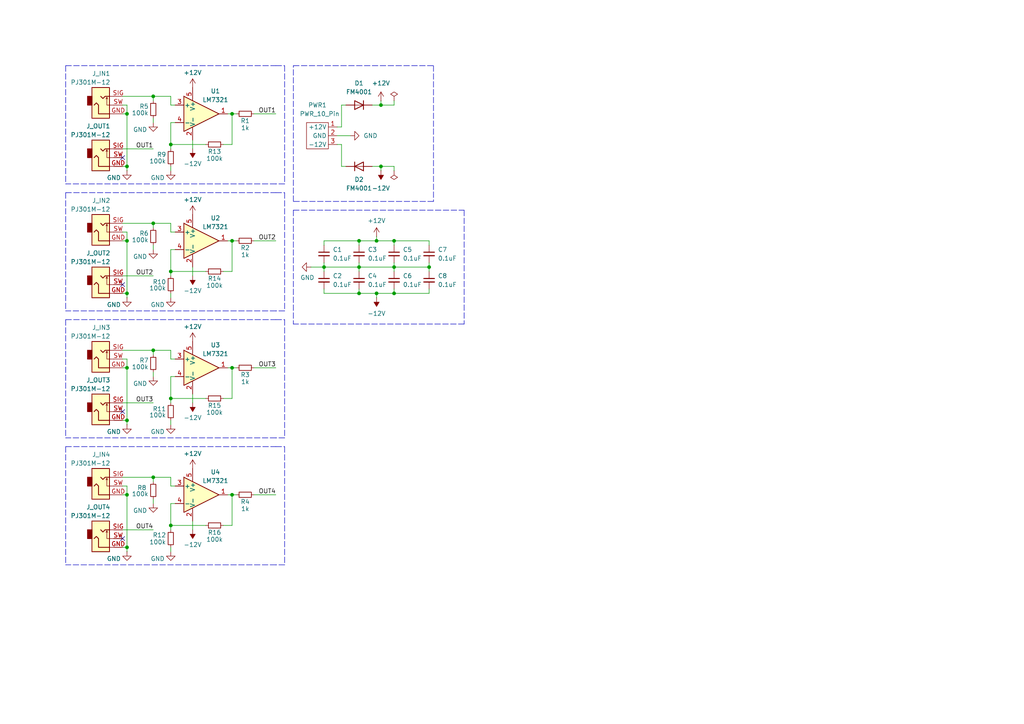
<source format=kicad_sch>
(kicad_sch (version 20231120) (generator "eeschema") (generator_version "8.0")
  (paper "A4")
  (title_block (title "Avalon Harmonics X2") (rev "v1.0") (company "Avalon Harmonics"))
  (lib_symbols
    (symbol "-12V_1" (power) (pin_numbers hide) (pin_names (offset 0) hide)
      (property "Value" "-12V" (at 0 3.556 0))
      (symbol "-12V_1_0_0"
        (pin power_in line (at 0 0 90) (length 0) (name "~") (number "1"))
      )
      (symbol "-12V_1_0_1"
        (polyline (pts (xy 0 0) (xy 0 1.27) (xy 0.762 1.27) (xy 0 2.54) (xy -0.762 1.27) (xy 0 1.27)) (fill (type outline)))
      )
    )
    (symbol "Device:C_Small" (pin_numbers hide) (pin_names (offset 0.254) hide)
      (property "Reference" "C" (at 0.254 1.778 0))
      (property "Value" "C_Small" (at 0.254 -2.032 0))
      (symbol "C_Small_0_1"
        (polyline (pts (xy -1.524 -0.508) (xy 1.524 -0.508)) (stroke (width 0.3302)))
        (polyline (pts (xy -1.524 0.508) (xy 1.524 0.508)) (stroke (width 0.3048)))
      )
      (symbol "C_Small_1_1"
        (pin passive line (at 0 2.54 270) (length 2.032) (name "~") (number "1"))
        (pin passive line (at 0 -2.54 90) (length 2.032) (name "~") (number "2"))
      )
    )
    (symbol "Device:R_Small" (pin_numbers hide) (pin_names (offset 0.254) hide)
      (property "Reference" "R" (at 0.762 0.508 0))
      (property "Value" "R_Small" (at 0.762 -1.016 0))
      (symbol "R_Small_0_1"
        (rectangle (start -0.762 1.778) (end 0.762 -1.778) (stroke (width 0.2032)))
      )
      (symbol "R_Small_1_1"
        (pin passive line (at 0 2.54 270) (length 0.762) (name "~") (number "1"))
        (pin passive line (at 0 -2.54 90) (length 0.762) (name "~") (number "2"))
      )
    )
    (symbol "Diode:1N4001" (pin_numbers hide) (pin_names (offset 1.016) hide)
      (property "Reference" "D" (at 0 2.54 0))
      (property "Value" "1N4001" (at 0 -2.54 0))
      (symbol "1N4001_0_1"
        (polyline (pts (xy -1.27 1.27) (xy -1.27 -1.27)) (stroke (width 0.254)))
        (polyline (pts (xy 1.27 0) (xy -1.27 0)))
        (polyline (pts (xy 1.27 1.27) (xy 1.27 -1.27) (xy -1.27 0) (xy 1.27 1.27)) (stroke (width 0.254)))
      )
      (symbol "1N4001_1_1"
        (pin passive line (at -3.81 0 0) (length 2.54) (name "K") (number "1"))
        (pin passive line (at 3.81 0 180) (length 2.54) (name "A") (number "2"))
      )
    )
    (symbol "Eurorack:LM7321" (pin_names (offset 0.127))
      (property "Reference" "U" (at 0 7.62 0))
      (property "Value" "LM7321" (at 0 5.08 0))
      (symbol "LM7321_0_1"
        (polyline (pts (xy -5.08 5.08) (xy 5.08 0) (xy -5.08 -5.08) (xy -5.08 5.08)) (stroke (width 0.254)) (fill (type background)))
      )
      (symbol "LM7321_1_1"
        (pin output line (at 7.62 0 180) (length 2.54) (name "~") (number "1"))
        (pin power_in line (at -2.54 -7.62 90) (length 3.81) (name "V-") (number "2"))
        (pin input line (at -7.62 2.54 0) (length 2.54) (name "+") (number "3"))
        (pin input line (at -7.62 -2.54 0) (length 2.54) (name "-") (number "4"))
        (pin power_in line (at -2.54 7.62 270) (length 3.81) (name "V+") (number "5"))
      )
    )
    (symbol "Eurorack:PJ301M-12"
      (property "Reference" "J?" (at -0.635 7.62 0))
      (property "Value" "PJ301M-12" (at -0.635 5.08 0))
      (symbol "PJ301M-12_0_1"
        (rectangle (start -2.54 0) (end -3.81 -2.54) (stroke (width 0.254)) (fill (type outline)))
        (polyline (pts (xy 1.778 -0.254) (xy 2.032 -0.762)))
        (polyline (pts (xy 3.81 -5.08) (xy 2.54 -5.08)))
        (polyline (pts (xy 3.81 -2.54) (xy 2.54 -2.54)))
        (polyline (pts (xy 3.81 0) (xy 2.54 0)))
        (polyline (pts (xy 0 0) (xy 0.635 -0.635) (xy 1.27 0) (xy 2.54 0)) (stroke (width 0.254)))
        (polyline (pts (xy 2.54 -2.54) (xy 1.778 -2.54) (xy 1.778 -0.254) (xy 1.524 -0.762)))
        (polyline (pts (xy 2.54 -5.08) (xy -0.635 -5.08) (xy -0.635 -2.54) (xy -1.27 -1.905) (xy -1.905 -2.54)) (stroke (width 0.254)))
        (rectangle (start 2.54 2.54) (end -2.54 -6.35) (stroke (width 0.254)) (fill (type background)))
      )
      (symbol "PJ301M-12_1_1"
        (pin passive line (at 6.35 -5.08 180) (length 2.54) (name "~") (number "GND"))
        (pin passive line (at 6.35 0 180) (length 2.54) (name "~") (number "SIG"))
        (pin passive line (at 6.35 -2.54 180) (length 2.54) (name "~") (number "SW"))
      )
    )
    (symbol "Eurorack:PWR_10_Pin"
      (property "Reference" "H?" (at -5.08 6.35 0))
      (property "Value" "PWR_10_Pin" (at -5.08 3.81 0))
      (symbol "PWR_10_Pin_0_1"
        (rectangle (start -2.54 2.54) (end -8.89 -5.08))
      )
      (symbol "PWR_10_Pin_1_1"
        (pin power_out line (at 0 1.27 180) (length 2.54) (name "+12V") (number "1"))
        (pin power_out line (at 0 -1.27 180) (length 2.54) (name "GND") (number "2"))
        (pin power_out line (at 0 -3.81 180) (length 2.54) (name "-12V") (number "3"))
      )
    )
    (symbol "power:+12V" (power) (pin_numbers hide) (pin_names (offset 0) hide)
      (property "Value" "+12V" (at 0 3.556 0))
      (symbol "+12V_0_1"
        (polyline (pts (xy -0.762 1.27) (xy 0 2.54)))
        (polyline (pts (xy 0 0) (xy 0 2.54)))
        (polyline (pts (xy 0 2.54) (xy 0.762 1.27)))
      )
      (symbol "+12V_1_1"
        (pin power_in line (at 0 0 90) (length 0) (name "~") (number "1"))
      )
    )
    (symbol "power:GND" (power) (pin_numbers hide) (pin_names (offset 0) hide)
      (property "Value" "GND" (at 0 -3.81 0))
      (symbol "GND_0_1"
        (polyline (pts (xy 0 0) (xy 0 -1.27) (xy 1.27 -1.27) (xy 0 -2.54) (xy -1.27 -1.27) (xy 0 -1.27)))
      )
      (symbol "GND_1_1"
        (pin power_in line (at 0 0 270) (length 0) (name "~") (number "1"))
      )
    )
    (symbol "power:PWR_FLAG" (power) (pin_numbers hide) (pin_names (offset 0) hide)
      (property "Value" "PWR_FLAG" (at 0 3.81 0))
      (symbol "PWR_FLAG_0_0"
        (pin power_out line (at 0 0 90) (length 0) (name "~") (number "1"))
      )
      (symbol "PWR_FLAG_0_1"
        (polyline (pts (xy 0 0) (xy 0 1.27) (xy -1.016 1.905) (xy 0 2.54) (xy 1.016 1.905) (xy 0 1.27)))
      )
    )
  )
  (junction (at 67.31 69.85))
  (junction (at 44.45 64.77))
  (junction (at 49.53 78.74))
  (junction (at 124.46 77.47))
  (junction (at 44.45 101.6))
  (junction (at 36.83 121.92))
  (junction (at 36.83 33.02))
  (junction (at 110.49 48.26))
  (junction (at 109.22 69.85))
  (junction (at 114.3 85.09))
  (junction (at 104.14 77.47))
  (junction (at 36.83 143.51))
  (junction (at 104.14 85.09))
  (junction (at 49.53 152.4))
  (junction (at 67.31 33.02))
  (junction (at 104.14 69.85))
  (junction (at 36.83 106.68))
  (junction (at 36.83 48.26))
  (junction (at 36.83 85.09))
  (junction (at 36.83 158.75))
  (junction (at 49.53 115.57))
  (junction (at 36.83 69.85))
  (junction (at 67.31 106.68))
  (junction (at 44.45 138.43))
  (junction (at 114.3 77.47))
  (junction (at 93.98 77.47))
  (junction (at 67.31 143.51))
  (junction (at 49.53 41.91))
  (junction (at 109.22 85.09))
  (junction (at 114.3 69.85))
  (junction (at 110.49 30.48))
  (junction (at 44.45 27.94))
  (no_connect (at 35.56 119.38))
  (no_connect (at 35.56 82.55))
  (no_connect (at 35.56 156.21))
  (no_connect (at 35.56 45.72))
  (wire (pts (xy 124.46 83.82) (xy 124.46 85.09)))
  (wire (pts (xy 93.98 76.2) (xy 93.98 77.47)))
  (wire (pts (xy 109.22 85.09) (xy 109.22 86.36)))
  (wire (pts (xy 93.98 85.09) (xy 104.14 85.09)))
  (wire (pts (xy 64.77 152.4) (xy 67.31 152.4)))
  (wire (pts (xy 50.8 35.56) (xy 49.53 35.56)))
  (wire (pts (xy 49.53 35.56) (xy 49.53 41.91)))
  (wire (pts (xy 107.95 30.48) (xy 110.49 30.48)))
  (wire (pts (xy 35.56 64.77) (xy 44.45 64.77)))
  (polyline (pts (xy 82.55 127) (xy 80.01 127)) (stroke (width 0) (type dash)))
  (polyline (pts (xy 85.09 58.42) (xy 85.09 19.05)) (stroke (width 0) (type dash)))
  (wire (pts (xy 67.31 115.57) (xy 67.31 106.68)))
  (wire (pts (xy 114.3 69.85) (xy 114.3 71.12)))
  (wire (pts (xy 64.77 41.91) (xy 67.31 41.91)))
  (wire (pts (xy 67.31 33.02) (xy 66.04 33.02)))
  (wire (pts (xy 36.83 143.51) (xy 36.83 158.75)))
  (wire (pts (xy 49.53 158.75) (xy 49.53 160.02)))
  (wire (pts (xy 73.66 143.51) (xy 80.01 143.51)))
  (wire (pts (xy 104.14 69.85) (xy 104.14 71.12)))
  (wire (pts (xy 35.56 138.43) (xy 44.45 138.43)))
  (wire (pts (xy 67.31 143.51) (xy 66.04 143.51)))
  (wire (pts (xy 64.77 115.57) (xy 67.31 115.57)))
  (wire (pts (xy 104.14 83.82) (xy 104.14 85.09)))
  (polyline (pts (xy 80.01 127) (xy 19.05 127)) (stroke (width 0) (type dash)))
  (wire (pts (xy 93.98 83.82) (xy 93.98 85.09)))
  (wire (pts (xy 124.46 69.85) (xy 124.46 71.12)))
  (wire (pts (xy 49.53 146.05) (xy 49.53 152.4)))
  (wire (pts (xy 67.31 106.68) (xy 66.04 106.68)))
  (polyline (pts (xy 82.55 53.34) (xy 80.01 53.34)) (stroke (width 0) (type dash)))
  (wire (pts (xy 35.56 106.68) (xy 36.83 106.68)))
  (wire (pts (xy 110.49 48.26) (xy 114.3 48.26)))
  (wire (pts (xy 36.83 121.92) (xy 36.83 123.19)))
  (wire (pts (xy 44.45 27.94) (xy 44.45 29.21)))
  (wire (pts (xy 114.3 78.74) (xy 114.3 77.47)))
  (polyline (pts (xy 80.01 53.34) (xy 19.05 53.34)) (stroke (width 0) (type dash)))
  (polyline (pts (xy 19.05 19.05) (xy 80.01 19.05)) (stroke (width 0) (type dash)))
  (wire (pts (xy 55.88 116.84) (xy 55.88 114.3)))
  (polyline (pts (xy 82.55 163.83) (xy 80.01 163.83)) (stroke (width 0) (type dash)))
  (wire (pts (xy 50.8 67.31) (xy 49.53 67.31)))
  (wire (pts (xy 36.83 48.26) (xy 35.56 48.26)))
  (wire (pts (xy 67.31 69.85) (xy 68.58 69.85)))
  (wire (pts (xy 109.22 69.85) (xy 114.3 69.85)))
  (wire (pts (xy 109.22 68.58) (xy 109.22 69.85)))
  (wire (pts (xy 49.53 109.22) (xy 49.53 115.57)))
  (wire (pts (xy 35.56 67.31) (xy 36.83 67.31)))
  (polyline (pts (xy 19.05 19.05) (xy 19.05 53.34)) (stroke (width 0) (type dash)))
  (wire (pts (xy 35.56 101.6) (xy 44.45 101.6)))
  (polyline (pts (xy 82.55 92.71) (xy 82.55 127)) (stroke (width 0) (type dash)))
  (polyline (pts (xy 19.05 55.88) (xy 80.01 55.88)) (stroke (width 0) (type dash)))
  (wire (pts (xy 97.79 39.37) (xy 101.6 39.37)))
  (polyline (pts (xy 85.09 19.05) (xy 125.73 19.05)) (stroke (width 0) (type dash)))
  (wire (pts (xy 55.88 80.01) (xy 55.88 77.47)))
  (wire (pts (xy 49.53 140.97) (xy 49.53 138.43)))
  (wire (pts (xy 35.56 80.01) (xy 44.45 80.01)))
  (wire (pts (xy 35.56 69.85) (xy 36.83 69.85)))
  (wire (pts (xy 97.79 36.83) (xy 99.06 36.83)))
  (wire (pts (xy 35.56 30.48) (xy 36.83 30.48)))
  (wire (pts (xy 35.56 140.97) (xy 36.83 140.97)))
  (wire (pts (xy 36.83 104.14) (xy 36.83 106.68)))
  (wire (pts (xy 110.49 48.26) (xy 110.49 49.53)))
  (wire (pts (xy 49.53 41.91) (xy 59.69 41.91)))
  (polyline (pts (xy 19.05 129.54) (xy 19.05 163.83)) (stroke (width 0) (type dash)))
  (polyline (pts (xy 80.01 55.88) (xy 82.55 55.88)) (stroke (width 0) (type dash)))
  (wire (pts (xy 35.56 104.14) (xy 36.83 104.14)))
  (wire (pts (xy 50.8 30.48) (xy 49.53 30.48)))
  (wire (pts (xy 67.31 152.4) (xy 67.31 143.51)))
  (wire (pts (xy 104.14 77.47) (xy 104.14 78.74)))
  (wire (pts (xy 114.3 69.85) (xy 124.46 69.85)))
  (wire (pts (xy 50.8 109.22) (xy 49.53 109.22)))
  (wire (pts (xy 44.45 34.29) (xy 44.45 35.56)))
  (wire (pts (xy 49.53 152.4) (xy 49.53 153.67)))
  (wire (pts (xy 49.53 85.09) (xy 49.53 86.36)))
  (wire (pts (xy 49.53 30.48) (xy 49.53 27.94)))
  (wire (pts (xy 49.53 104.14) (xy 49.53 101.6)))
  (wire (pts (xy 49.53 138.43) (xy 44.45 138.43)))
  (polyline (pts (xy 125.73 19.05) (xy 125.73 58.42)) (stroke (width 0) (type dash)))
  (wire (pts (xy 49.53 152.4) (xy 59.69 152.4)))
  (wire (pts (xy 99.06 36.83) (xy 99.06 30.48)))
  (wire (pts (xy 49.53 121.92) (xy 49.53 123.19)))
  (wire (pts (xy 36.83 85.09) (xy 35.56 85.09)))
  (polyline (pts (xy 82.55 55.88) (xy 82.55 90.17)) (stroke (width 0) (type dash)))
  (wire (pts (xy 49.53 67.31) (xy 49.53 64.77)))
  (wire (pts (xy 35.56 143.51) (xy 36.83 143.51)))
  (wire (pts (xy 44.45 101.6) (xy 44.45 102.87)))
  (wire (pts (xy 104.14 69.85) (xy 109.22 69.85)))
  (wire (pts (xy 55.88 43.18) (xy 55.88 40.64)))
  (polyline (pts (xy 19.05 92.71) (xy 80.01 92.71)) (stroke (width 0) (type dash)))
  (wire (pts (xy 55.88 153.67) (xy 55.88 151.13)))
  (wire (pts (xy 36.83 158.75) (xy 36.83 160.02)))
  (wire (pts (xy 44.45 107.95) (xy 44.45 109.22)))
  (wire (pts (xy 93.98 78.74) (xy 93.98 77.47)))
  (wire (pts (xy 110.49 29.21) (xy 110.49 30.48)))
  (wire (pts (xy 36.83 85.09) (xy 36.83 86.36)))
  (wire (pts (xy 114.3 77.47) (xy 104.14 77.47)))
  (wire (pts (xy 36.83 33.02) (xy 36.83 48.26)))
  (wire (pts (xy 104.14 85.09) (xy 109.22 85.09)))
  (wire (pts (xy 44.45 144.78) (xy 44.45 146.05)))
  (polyline (pts (xy 82.55 90.17) (xy 80.01 90.17)) (stroke (width 0) (type dash)))
  (wire (pts (xy 49.53 78.74) (xy 49.53 80.01)))
  (wire (pts (xy 35.56 43.18) (xy 44.45 43.18)))
  (wire (pts (xy 67.31 106.68) (xy 68.58 106.68)))
  (wire (pts (xy 44.45 71.12) (xy 44.45 72.39)))
  (wire (pts (xy 36.83 158.75) (xy 35.56 158.75)))
  (wire (pts (xy 49.53 48.26) (xy 49.53 49.53)))
  (wire (pts (xy 49.53 78.74) (xy 59.69 78.74)))
  (wire (pts (xy 36.83 48.26) (xy 36.83 49.53)))
  (wire (pts (xy 90.17 77.47) (xy 93.98 77.47)))
  (wire (pts (xy 99.06 30.48) (xy 100.33 30.48)))
  (wire (pts (xy 67.31 78.74) (xy 67.31 69.85)))
  (polyline (pts (xy 82.55 19.05) (xy 82.55 53.34)) (stroke (width 0) (type dash)))
  (wire (pts (xy 67.31 33.02) (xy 68.58 33.02)))
  (wire (pts (xy 93.98 69.85) (xy 104.14 69.85)))
  (wire (pts (xy 35.56 153.67) (xy 44.45 153.67)))
  (wire (pts (xy 73.66 106.68) (xy 80.01 106.68)))
  (wire (pts (xy 35.56 33.02) (xy 36.83 33.02)))
  (wire (pts (xy 99.06 48.26) (xy 99.06 41.91)))
  (wire (pts (xy 49.53 41.91) (xy 49.53 43.18)))
  (wire (pts (xy 124.46 77.47) (xy 114.3 77.47)))
  (polyline (pts (xy 80.01 163.83) (xy 19.05 163.83)) (stroke (width 0) (type dash)))
  (wire (pts (xy 64.77 78.74) (xy 67.31 78.74)))
  (wire (pts (xy 93.98 77.47) (xy 104.14 77.47)))
  (wire (pts (xy 50.8 140.97) (xy 49.53 140.97)))
  (wire (pts (xy 49.53 27.94) (xy 44.45 27.94)))
  (wire (pts (xy 67.31 143.51) (xy 68.58 143.51)))
  (wire (pts (xy 36.83 121.92) (xy 35.56 121.92)))
  (polyline (pts (xy 125.73 58.42) (xy 85.09 58.42)) (stroke (width 0) (type dash)))
  (polyline (pts (xy 19.05 92.71) (xy 19.05 127)) (stroke (width 0) (type dash)))
  (wire (pts (xy 124.46 76.2) (xy 124.46 77.47)))
  (polyline (pts (xy 80.01 92.71) (xy 82.55 92.71)) (stroke (width 0) (type dash)))
  (wire (pts (xy 36.83 69.85) (xy 36.83 85.09)))
  (wire (pts (xy 50.8 72.39) (xy 49.53 72.39)))
  (wire (pts (xy 49.53 101.6) (xy 44.45 101.6)))
  (wire (pts (xy 36.83 67.31) (xy 36.83 69.85)))
  (wire (pts (xy 100.33 48.26) (xy 99.06 48.26)))
  (wire (pts (xy 99.06 41.91) (xy 97.79 41.91)))
  (wire (pts (xy 49.53 115.57) (xy 49.53 116.84)))
  (wire (pts (xy 114.3 76.2) (xy 114.3 77.47)))
  (polyline (pts (xy 82.55 129.54) (xy 82.55 163.83)) (stroke (width 0) (type dash)))
  (wire (pts (xy 73.66 33.02) (xy 80.01 33.02)))
  (wire (pts (xy 35.56 116.84) (xy 44.45 116.84)))
  (polyline (pts (xy 80.01 90.17) (xy 19.05 90.17)) (stroke (width 0) (type dash)))
  (wire (pts (xy 36.83 140.97) (xy 36.83 143.51)))
  (polyline (pts (xy 80.01 129.54) (xy 82.55 129.54)) (stroke (width 0) (type dash)))
  (wire (pts (xy 93.98 71.12) (xy 93.98 69.85)))
  (polyline (pts (xy 85.09 60.96) (xy 134.62 60.96)) (stroke (width 0) (type dash)))
  (wire (pts (xy 114.3 29.21) (xy 114.3 30.48)))
  (polyline (pts (xy 19.05 55.88) (xy 19.05 90.17)) (stroke (width 0) (type dash)))
  (wire (pts (xy 50.8 146.05) (xy 49.53 146.05)))
  (wire (pts (xy 107.95 48.26) (xy 110.49 48.26)))
  (polyline (pts (xy 19.05 129.54) (xy 80.01 129.54)) (stroke (width 0) (type dash)))
  (wire (pts (xy 104.14 76.2) (xy 104.14 77.47)))
  (wire (pts (xy 49.53 72.39) (xy 49.53 78.74)))
  (wire (pts (xy 67.31 41.91) (xy 67.31 33.02)))
  (wire (pts (xy 35.56 27.94) (xy 44.45 27.94)))
  (polyline (pts (xy 80.01 19.05) (xy 82.55 19.05)) (stroke (width 0) (type dash)))
  (wire (pts (xy 109.22 85.09) (xy 114.3 85.09)))
  (wire (pts (xy 36.83 106.68) (xy 36.83 121.92)))
  (wire (pts (xy 50.8 104.14) (xy 49.53 104.14)))
  (polyline (pts (xy 134.62 60.96) (xy 134.62 93.98)) (stroke (width 0) (type dash)))
  (wire (pts (xy 67.31 69.85) (xy 66.04 69.85)))
  (wire (pts (xy 44.45 64.77) (xy 44.45 66.04)))
  (wire (pts (xy 110.49 30.48) (xy 114.3 30.48)))
  (wire (pts (xy 114.3 83.82) (xy 114.3 85.09)))
  (wire (pts (xy 36.83 30.48) (xy 36.83 33.02)))
  (polyline (pts (xy 134.62 93.98) (xy 85.09 93.98)) (stroke (width 0) (type dash)))
  (wire (pts (xy 49.53 64.77) (xy 44.45 64.77)))
  (wire (pts (xy 49.53 115.57) (xy 59.69 115.57)))
  (wire (pts (xy 73.66 69.85) (xy 80.01 69.85)))
  (wire (pts (xy 124.46 78.74) (xy 124.46 77.47)))
  (wire (pts (xy 44.45 138.43) (xy 44.45 139.7)))
  (polyline (pts (xy 85.09 60.96) (xy 85.09 93.98)) (stroke (width 0) (type dash)))
  (wire (pts (xy 114.3 85.09) (xy 124.46 85.09)))
  (wire (pts (xy 114.3 48.26) (xy 114.3 49.53)))
  (label "OUT3" (at 44.45 116.84 180))
  (label "OUT4" (at 80.01 143.51 180))
  (label "OUT2" (at 44.45 80.01 180))
  (label "OUT3" (at 80.01 106.68 180))
  (label "OUT2" (at 80.01 69.85 180))
  (label "OUT4" (at 44.45 153.67 180))
  (label "OUT1" (at 44.45 43.18 180))
  (label "OUT1" (at 80.01 33.02 180))
  (symbol (lib_id "Diode:1N4001") (at 104.14 30.48 180) (unit 1)
    (property "Reference" "D1" (at 104.14 24.13 0))
    (property "Value" "FM4001" (at 104.14 26.67 0))
    (property "Footprint" "Eurorack:D_SOD-123F_AH" (effects (hide yes)))
    (property "Datasheet" "http://www.vishay.com/docs/88503/1n4001.pdf" (effects (hide yes)))
  )
  (symbol (lib_id "Device:R_Small") (at 71.12 33.02 270) (unit 1)
    (property "Reference" "R1" (at 71.12 35.052 90))
    (property "Value" "1k" (at 71.12 37.084 90))
    (property "Footprint" "Resistor_SMD:R_0603_1608Metric_Pad0.98x0.95mm_HandSolder" (effects (hide yes)))
  )
  (symbol (lib_id "Device:R_Small") (at 71.12 106.68 270) (unit 1)
    (property "Reference" "R3" (at 71.12 108.712 90))
    (property "Value" "1k" (at 71.12 110.744 90))
    (property "Footprint" "Resistor_SMD:R_0603_1608Metric_Pad0.98x0.95mm_HandSolder" (effects (hide yes)))
  )
  (symbol (lib_id "Eurorack:PJ301M-12") (at 29.21 80.01 0) (unit 1)
    (property "Reference" "J_OUT2" (at 32.004 73.406 0) (effects (justify right)))
    (property "Value" "PJ301M-12" (at 32.004 75.946 0) (effects (justify right)))
    (property "Footprint" "Eurorack:PJ301M-12 Offset" (effects (hide yes)))
  )
  (symbol (lib_id "power:GND") (at 36.83 160.02 0) (mirror y) (unit 1)
    (property "Reference" "#PWR019" (effects (hide yes)))
    (property "Value" "GND" (at 33.02 162.052 0))
    (property "Description" "Power symbol creates a global label with name \"GND\" , ground" (effects (hide yes)))
  )
  (symbol (lib_id "Device:C_Small") (at 104.14 81.28 0) (unit 1)
    (property "Reference" "C4" (at 106.68 80.0162 0) (effects (justify left)))
    (property "Value" "0.1uF" (at 106.68 82.5562 0) (effects (justify left)))
    (property "Footprint" "Capacitor_SMD:C_0603_1608Metric_Pad1.08x0.95mm_HandSolder" (effects (hide yes)))
  )
  (symbol (lib_name "-12V_1") (lib_id "power:-12V") (at 110.49 49.53 180) (unit 1)
    (property "Reference" "#PWR06" (effects (hide yes)))
    (property "Value" "-12V" (at 110.49 54.61 0))
    (property "Description" "Power symbol creates a global label with name \"-12V\"" (effects (hide yes)))
  )
  (symbol (lib_id "power:GND") (at 101.6 39.37 90) (unit 1)
    (property "Reference" "#PWR04" (effects (hide yes)))
    (property "Value" "GND" (at 105.41 39.3699 90) (effects (justify right)))
    (property "Description" "Power symbol creates a global label with name \"GND\" , ground" (effects (hide yes)))
  )
  (symbol (lib_id "Device:R_Small") (at 49.53 156.21 180) (unit 1)
    (property "Reference" "R12" (at 46.228 155.194 0))
    (property "Value" "100k" (at 45.72 157.226 0))
    (property "Footprint" "Resistor_SMD:R_0603_1608Metric_Pad0.98x0.95mm_HandSolder" (effects (hide yes)))
  )
  (symbol (lib_id "Eurorack:LM7321") (at 58.42 69.85 0) (unit 1)
    (property "Reference" "U2" (at 62.484 63.246 0))
    (property "Value" "LM7321" (at 62.484 65.786 0))
    (property "Footprint" "Package_TO_SOT_SMD:SOT-23-5_HandSoldering" (effects (hide yes)))
    (property "Datasheet" "https://www.ti.com/lit/ds/symlink/lm7321.pdf" (effects (hide yes)))
    (property "Description" "Rail-To-Rail Single Operational Amplifier, SOT-23-5" (effects (hide yes)))
  )
  (symbol (lib_id "Device:R_Small") (at 71.12 143.51 270) (unit 1)
    (property "Reference" "R4" (at 71.12 145.542 90))
    (property "Value" "1k" (at 71.12 147.574 90))
    (property "Footprint" "Resistor_SMD:R_0603_1608Metric_Pad0.98x0.95mm_HandSolder" (effects (hide yes)))
  )
  (symbol (lib_id "power:GND") (at 44.45 109.22 0) (mirror y) (unit 1)
    (property "Reference" "#PWR015" (effects (hide yes)))
    (property "Value" "GND" (at 40.64 111.252 0))
    (property "Description" "Power symbol creates a global label with name \"GND\" , ground" (effects (hide yes)))
  )
  (symbol (lib_name "-12V_1") (lib_id "power:-12V") (at 55.88 116.84 180) (unit 1)
    (property "Reference" "#PWR018" (effects (hide yes)))
    (property "Value" "-12V" (at 55.88 121.158 0))
    (property "Description" "Power symbol creates a global label with name \"-12V\"" (effects (hide yes)))
  )
  (symbol (lib_id "Device:C_Small") (at 93.98 73.66 0) (unit 1)
    (property "Reference" "C1" (at 96.52 72.3962 0) (effects (justify left)))
    (property "Value" "0.1uF" (at 96.52 74.9362 0) (effects (justify left)))
    (property "Footprint" "Capacitor_SMD:C_0603_1608Metric_Pad1.08x0.95mm_HandSolder" (effects (hide yes)))
  )
  (symbol (lib_id "power:GND") (at 44.45 35.56 0) (mirror y) (unit 1)
    (property "Reference" "#PWR05" (effects (hide yes)))
    (property "Value" "GND" (at 40.64 37.592 0))
    (property "Description" "Power symbol creates a global label with name \"GND\" , ground" (effects (hide yes)))
  )
  (symbol (lib_id "Eurorack:PJ301M-12") (at 29.21 138.43 0) (unit 1)
    (property "Reference" "J_IN4" (at 32.004 131.826 0) (effects (justify right)))
    (property "Value" "PJ301M-12" (at 32.004 134.366 0) (effects (justify right)))
    (property "Footprint" "Eurorack:PJ301M-12 Offset" (effects (hide yes)))
  )
  (symbol (lib_id "power:GND") (at 49.53 160.02 0) (mirror y) (unit 1)
    (property "Reference" "#PWR021" (effects (hide yes)))
    (property "Value" "GND" (at 45.72 162.052 0))
    (property "Description" "Power symbol creates a global label with name \"GND\" , ground" (effects (hide yes)))
  )
  (symbol (lib_id "power:+12V") (at 55.88 25.4 0) (unit 1)
    (property "Reference" "#PWR07" (effects (hide yes)))
    (property "Value" "+12V" (at 55.88 21.082 0))
    (property "Description" "Power symbol creates a global label with name \"+12V\"" (effects (hide yes)))
  )
  (symbol (lib_id "Device:C_Small") (at 124.46 73.66 0) (unit 1)
    (property "Reference" "C7" (at 127 72.3962 0) (effects (justify left)))
    (property "Value" "0.1uF" (at 127 74.9362 0) (effects (justify left)))
    (property "Footprint" "Capacitor_SMD:C_0603_1608Metric_Pad1.08x0.95mm_HandSolder" (effects (hide yes)))
  )
  (symbol (lib_id "power:+12V") (at 109.22 68.58 0) (unit 1)
    (property "Reference" "#PWR065" (effects (hide yes)))
    (property "Value" "+12V" (at 109.22 64.008 0))
    (property "Description" "Power symbol creates a global label with name \"+12V\"" (effects (hide yes)))
  )
  (symbol (lib_id "Eurorack:LM7321") (at 58.42 106.68 0) (unit 1)
    (property "Reference" "U3" (at 62.484 100.076 0))
    (property "Value" "LM7321" (at 62.484 102.616 0))
    (property "Footprint" "Package_TO_SOT_SMD:SOT-23-5_HandSoldering" (effects (hide yes)))
    (property "Datasheet" "https://www.ti.com/lit/ds/symlink/lm7321.pdf" (effects (hide yes)))
    (property "Description" "Rail-To-Rail Single Operational Amplifier, SOT-23-5" (effects (hide yes)))
  )
  (symbol (lib_id "Device:C_Small") (at 104.14 73.66 0) (unit 1)
    (property "Reference" "C3" (at 106.68 72.3962 0) (effects (justify left)))
    (property "Value" "0.1uF" (at 106.68 74.9362 0) (effects (justify left)))
    (property "Footprint" "Capacitor_SMD:C_0603_1608Metric_Pad1.08x0.95mm_HandSolder" (effects (hide yes)))
  )
  (symbol (lib_id "Device:R_Small") (at 49.53 45.72 180) (unit 1)
    (property "Reference" "R9" (at 46.863 44.831 0))
    (property "Value" "100k" (at 45.72 46.736 0))
    (property "Footprint" "Resistor_SMD:R_0603_1608Metric_Pad0.98x0.95mm_HandSolder" (effects (hide yes)))
  )
  (symbol (lib_name "-12V_1") (lib_id "power:-12V") (at 109.22 86.36 180) (unit 1)
    (property "Reference" "#PWR064" (effects (hide yes)))
    (property "Value" "-12V" (at 109.22 90.932 0))
    (property "Description" "Power symbol creates a global label with name \"-12V\"" (effects (hide yes)))
  )
  (symbol (lib_id "Eurorack:LM7321") (at 58.42 33.02 0) (unit 1)
    (property "Reference" "U1" (at 62.484 26.416 0))
    (property "Value" "LM7321" (at 62.484 28.956 0))
    (property "Footprint" "Package_TO_SOT_SMD:SOT-23-5_HandSoldering" (effects (hide yes)))
    (property "Datasheet" "https://www.ti.com/lit/ds/symlink/lm7321.pdf" (effects (hide yes)))
    (property "Description" "Rail-To-Rail Single Operational Amplifier, SOT-23-5" (effects (hide yes)))
  )
  (symbol (lib_id "Device:R_Small") (at 71.12 69.85 270) (unit 1)
    (property "Reference" "R2" (at 71.12 71.882 90))
    (property "Value" "1k" (at 71.12 73.914 90))
    (property "Footprint" "Resistor_SMD:R_0603_1608Metric_Pad0.98x0.95mm_HandSolder" (effects (hide yes)))
  )
  (symbol (lib_id "Eurorack:PJ301M-12") (at 29.21 27.94 0) (unit 1)
    (property "Reference" "J_IN1" (at 32.004 21.336 0) (effects (justify right)))
    (property "Value" "PJ301M-12" (at 32.004 23.876 0) (effects (justify right)))
    (property "Footprint" "Eurorack:PJ301M-12 Offset" (effects (hide yes)))
  )
  (symbol (lib_id "Device:C_Small") (at 114.3 73.66 0) (unit 1)
    (property "Reference" "C5" (at 116.84 72.3962 0) (effects (justify left)))
    (property "Value" "0.1uF" (at 116.84 74.9362 0) (effects (justify left)))
    (property "Footprint" "Capacitor_SMD:C_0603_1608Metric_Pad1.08x0.95mm_HandSolder" (effects (hide yes)))
  )
  (symbol (lib_id "Eurorack:PJ301M-12") (at 29.21 43.18 0) (unit 1)
    (property "Reference" "J_OUT1" (at 32.004 36.576 0) (effects (justify right)))
    (property "Value" "PJ301M-12" (at 32.004 39.116 0) (effects (justify right)))
    (property "Footprint" "Eurorack:PJ301M-12 Offset" (effects (hide yes)))
  )
  (symbol (lib_id "Eurorack:LM7321") (at 58.42 143.51 0) (unit 1)
    (property "Reference" "U4" (at 62.484 136.906 0))
    (property "Value" "LM7321" (at 62.484 139.446 0))
    (property "Footprint" "Package_TO_SOT_SMD:SOT-23-5_HandSoldering" (effects (hide yes)))
    (property "Datasheet" "https://www.ti.com/lit/ds/symlink/lm7321.pdf" (effects (hide yes)))
    (property "Description" "Rail-To-Rail Single Operational Amplifier, SOT-23-5" (effects (hide yes)))
  )
  (symbol (lib_id "power:GND") (at 44.45 72.39 0) (mirror y) (unit 1)
    (property "Reference" "#PWR010" (effects (hide yes)))
    (property "Value" "GND" (at 40.64 74.422 0))
    (property "Description" "Power symbol creates a global label with name \"GND\" , ground" (effects (hide yes)))
  )
  (symbol (lib_id "Eurorack:PJ301M-12") (at 29.21 64.77 0) (unit 1)
    (property "Reference" "J_IN2" (at 32.004 58.166 0) (effects (justify right)))
    (property "Value" "PJ301M-12" (at 32.004 60.706 0) (effects (justify right)))
    (property "Footprint" "Eurorack:PJ301M-12 Offset" (effects (hide yes)))
  )
  (symbol (lib_id "power:GND") (at 49.53 123.19 0) (mirror y) (unit 1)
    (property "Reference" "#PWR016" (effects (hide yes)))
    (property "Value" "GND" (at 45.72 125.222 0))
    (property "Description" "Power symbol creates a global label with name \"GND\" , ground" (effects (hide yes)))
  )
  (symbol (lib_id "power:+12V") (at 55.88 62.23 0) (unit 1)
    (property "Reference" "#PWR012" (effects (hide yes)))
    (property "Value" "+12V" (at 55.88 57.912 0))
    (property "Description" "Power symbol creates a global label with name \"+12V\"" (effects (hide yes)))
  )
  (symbol (lib_id "Device:R_Small") (at 62.23 78.74 270) (unit 1)
    (property "Reference" "R14" (at 62.23 80.772 90))
    (property "Value" "100k" (at 62.23 82.804 90))
    (property "Footprint" "Resistor_SMD:R_0603_1608Metric_Pad0.98x0.95mm_HandSolder" (effects (hide yes)))
  )
  (symbol (lib_id "Eurorack:PJ301M-12") (at 29.21 116.84 0) (unit 1)
    (property "Reference" "J_OUT3" (at 32.004 110.236 0) (effects (justify right)))
    (property "Value" "PJ301M-12" (at 32.004 112.776 0) (effects (justify right)))
    (property "Footprint" "Eurorack:PJ301M-12 Offset" (effects (hide yes)))
  )
  (symbol (lib_name "-12V_1") (lib_id "power:-12V") (at 55.88 43.18 180) (unit 1)
    (property "Reference" "#PWR08" (effects (hide yes)))
    (property "Value" "-12V" (at 55.88 47.498 0))
    (property "Description" "Power symbol creates a global label with name \"-12V\"" (effects (hide yes)))
  )
  (symbol (lib_id "power:PWR_FLAG") (at 114.3 29.21 0) (unit 1)
    (property "Reference" "#FLG01" (effects (hide yes)))
    (property "Value" "PWR_FLAG" (effects (hide yes)))
    (property "Description" "Special symbol for telling ERC where power comes from" (effects (hide yes)))
  )
  (symbol (lib_id "Device:C_Small") (at 124.46 81.28 0) (unit 1)
    (property "Reference" "C8" (at 127 80.0162 0) (effects (justify left)))
    (property "Value" "0.1uF" (at 127 82.5562 0) (effects (justify left)))
    (property "Footprint" "Capacitor_SMD:C_0603_1608Metric_Pad1.08x0.95mm_HandSolder" (effects (hide yes)))
  )
  (symbol (lib_id "power:GND") (at 36.83 123.19 0) (mirror y) (unit 1)
    (property "Reference" "#PWR014" (effects (hide yes)))
    (property "Value" "GND" (at 33.02 125.222 0))
    (property "Description" "Power symbol creates a global label with name \"GND\" , ground" (effects (hide yes)))
  )
  (symbol (lib_id "power:PWR_FLAG") (at 114.3 49.53 180) (unit 1)
    (property "Reference" "#FLG02" (effects (hide yes)))
    (property "Value" "PWR_FLAG" (effects (hide yes)))
    (property "Description" "Special symbol for telling ERC where power comes from" (effects (hide yes)))
  )
  (symbol (lib_id "power:GND") (at 36.83 86.36 0) (mirror y) (unit 1)
    (property "Reference" "#PWR09" (effects (hide yes)))
    (property "Value" "GND" (at 33.02 88.392 0))
    (property "Description" "Power symbol creates a global label with name \"GND\" , ground" (effects (hide yes)))
  )
  (symbol (lib_name "-12V_1") (lib_id "power:-12V") (at 55.88 153.67 180) (unit 1)
    (property "Reference" "#PWR023" (effects (hide yes)))
    (property "Value" "-12V" (at 55.88 157.988 0))
    (property "Description" "Power symbol creates a global label with name \"-12V\"" (effects (hide yes)))
  )
  (symbol (lib_id "power:+12V") (at 55.88 135.89 0) (unit 1)
    (property "Reference" "#PWR022" (effects (hide yes)))
    (property "Value" "+12V" (at 55.88 131.572 0))
    (property "Description" "Power symbol creates a global label with name \"+12V\"" (effects (hide yes)))
  )
  (symbol (lib_id "Eurorack:PWR_10_Pin") (at 97.79 38.1 0) (unit 1)
    (property "Reference" "PWR1" (at 92.075 30.48 0))
    (property "Value" "PWR_10_Pin" (at 92.71 33.02 0))
    (property "Footprint" "Eurorack:Eurorack Power 10 Pin" (effects (hide yes)))
  )
  (symbol (lib_id "power:+12V") (at 55.88 99.06 0) (unit 1)
    (property "Reference" "#PWR017" (effects (hide yes)))
    (property "Value" "+12V" (at 55.88 94.742 0))
    (property "Description" "Power symbol creates a global label with name \"+12V\"" (effects (hide yes)))
  )
  (symbol (lib_id "power:GND") (at 49.53 49.53 0) (mirror y) (unit 1)
    (property "Reference" "#PWR03" (effects (hide yes)))
    (property "Value" "GND" (at 45.72 51.562 0))
    (property "Description" "Power symbol creates a global label with name \"GND\" , ground" (effects (hide yes)))
  )
  (symbol (lib_id "Device:R_Small") (at 44.45 31.75 180) (unit 1)
    (property "Reference" "R5" (at 41.783 30.861 0))
    (property "Value" "100k" (at 40.64 32.766 0))
    (property "Footprint" "Resistor_SMD:R_0603_1608Metric_Pad0.98x0.95mm_HandSolder" (effects (hide yes)))
  )
  (symbol (lib_id "Device:R_Small") (at 62.23 115.57 270) (unit 1)
    (property "Reference" "R15" (at 62.23 117.602 90))
    (property "Value" "100k" (at 62.23 119.634 90))
    (property "Footprint" "Resistor_SMD:R_0603_1608Metric_Pad0.98x0.95mm_HandSolder" (effects (hide yes)))
  )
  (symbol (lib_id "Device:R_Small") (at 49.53 119.38 180) (unit 1)
    (property "Reference" "R11" (at 46.228 118.618 0))
    (property "Value" "100k" (at 45.72 120.396 0))
    (property "Footprint" "Resistor_SMD:R_0603_1608Metric_Pad0.98x0.95mm_HandSolder" (effects (hide yes)))
  )
  (symbol (lib_id "Device:R_Small") (at 49.53 82.55 180) (unit 1)
    (property "Reference" "R10" (at 46.228 81.788 0))
    (property "Value" "100k" (at 45.72 83.566 0))
    (property "Footprint" "Resistor_SMD:R_0603_1608Metric_Pad0.98x0.95mm_HandSolder" (effects (hide yes)))
  )
  (symbol (lib_id "power:GND") (at 36.83 49.53 0) (mirror y) (unit 1)
    (property "Reference" "#PWR01" (effects (hide yes)))
    (property "Value" "GND" (at 33.02 51.562 0))
    (property "Description" "Power symbol creates a global label with name \"GND\" , ground" (effects (hide yes)))
  )
  (symbol (lib_id "Device:R_Small") (at 62.23 152.4 270) (unit 1)
    (property "Reference" "R16" (at 62.23 154.432 90))
    (property "Value" "100k" (at 62.23 156.464 90))
    (property "Footprint" "Resistor_SMD:R_0603_1608Metric_Pad0.98x0.95mm_HandSolder" (effects (hide yes)))
  )
  (symbol (lib_id "Device:C_Small") (at 93.98 81.28 0) (unit 1)
    (property "Reference" "C2" (at 96.52 80.0162 0) (effects (justify left)))
    (property "Value" "0.1uF" (at 96.52 82.5562 0) (effects (justify left)))
    (property "Footprint" "Capacitor_SMD:C_0603_1608Metric_Pad1.08x0.95mm_HandSolder" (effects (hide yes)))
  )
  (symbol (lib_id "power:GND") (at 44.45 146.05 0) (mirror y) (unit 1)
    (property "Reference" "#PWR020" (effects (hide yes)))
    (property "Value" "GND" (at 40.64 148.082 0))
    (property "Description" "Power symbol creates a global label with name \"GND\" , ground" (effects (hide yes)))
  )
  (symbol (lib_id "Device:R_Small") (at 44.45 105.41 180) (unit 1)
    (property "Reference" "R7" (at 41.783 104.521 0))
    (property "Value" "100k" (at 40.64 106.426 0))
    (property "Footprint" "Resistor_SMD:R_0603_1608Metric_Pad0.98x0.95mm_HandSolder" (effects (hide yes)))
  )
  (symbol (lib_id "power:GND") (at 90.17 77.47 270) (unit 1)
    (property "Reference" "#PWR066" (effects (hide yes)))
    (property "Value" "GND" (at 89.154 80.518 90))
    (property "Description" "Power symbol creates a global label with name \"GND\" , ground" (effects (hide yes)))
  )
  (symbol (lib_id "Device:R_Small") (at 44.45 68.58 180) (unit 1)
    (property "Reference" "R6" (at 41.783 67.691 0))
    (property "Value" "100k" (at 40.64 69.596 0))
    (property "Footprint" "Resistor_SMD:R_0603_1608Metric_Pad0.98x0.95mm_HandSolder" (effects (hide yes)))
  )
  (symbol (lib_id "power:+12V") (at 110.49 29.21 0) (unit 1)
    (property "Reference" "#PWR02" (effects (hide yes)))
    (property "Value" "+12V" (at 110.49 24.13 0))
    (property "Description" "Power symbol creates a global label with name \"+12V\"" (effects (hide yes)))
  )
  (symbol (lib_id "power:GND") (at 49.53 86.36 0) (mirror y) (unit 1)
    (property "Reference" "#PWR011" (effects (hide yes)))
    (property "Value" "GND" (at 45.72 88.392 0))
    (property "Description" "Power symbol creates a global label with name \"GND\" , ground" (effects (hide yes)))
  )
  (symbol (lib_id "Device:R_Small") (at 44.45 142.24 180) (unit 1)
    (property "Reference" "R8" (at 41.148 141.478 0))
    (property "Value" "100k" (at 40.64 143.256 0))
    (property "Footprint" "Resistor_SMD:R_0603_1608Metric_Pad0.98x0.95mm_HandSolder" (effects (hide yes)))
  )
  (symbol (lib_id "Device:R_Small") (at 62.23 41.91 270) (unit 1)
    (property "Reference" "R13" (at 62.23 43.942 90))
    (property "Value" "100k" (at 62.23 45.974 90))
    (property "Footprint" "Resistor_SMD:R_0603_1608Metric_Pad0.98x0.95mm_HandSolder" (effects (hide yes)))
  )
  (symbol (lib_id "Device:C_Small") (at 114.3 81.28 0) (unit 1)
    (property "Reference" "C6" (at 116.84 80.0162 0) (effects (justify left)))
    (property "Value" "0.1uF" (at 116.84 82.5562 0) (effects (justify left)))
    (property "Footprint" "Capacitor_SMD:C_0603_1608Metric_Pad1.08x0.95mm_HandSolder" (effects (hide yes)))
  )
  (symbol (lib_id "Diode:1N4001") (at 104.14 48.26 0) (mirror x) (unit 1)
    (property "Reference" "D2" (at 104.14 52.07 0))
    (property "Value" "FM4001" (at 104.14 54.61 0))
    (property "Footprint" "Eurorack:D_SOD-123F_AH" (effects (hide yes)))
    (property "Datasheet" "http://www.vishay.com/docs/88503/1n4001.pdf" (effects (hide yes)))
  )
  (symbol (lib_id "Eurorack:PJ301M-12") (at 29.21 101.6 0) (unit 1)
    (property "Reference" "J_IN3" (at 32.004 94.996 0) (effects (justify right)))
    (property "Value" "PJ301M-12" (at 32.004 97.536 0) (effects (justify right)))
    (property "Footprint" "Eurorack:PJ301M-12 Offset" (effects (hide yes)))
  )
  (symbol (lib_id "Eurorack:PJ301M-12") (at 29.21 153.67 0) (unit 1)
    (property "Reference" "J_OUT4" (at 32.004 147.066 0) (effects (justify right)))
    (property "Value" "PJ301M-12" (at 32.004 149.606 0) (effects (justify right)))
    (property "Footprint" "Eurorack:PJ301M-12 Offset" (effects (hide yes)))
  )
  (symbol (lib_name "-12V_1") (lib_id "power:-12V") (at 55.88 80.01 180) (unit 1)
    (property "Reference" "#PWR013" (effects (hide yes)))
    (property "Value" "-12V" (at 55.88 84.328 0))
    (property "Description" "Power symbol creates a global label with name \"-12V\"" (effects (hide yes)))
  )
)
</source>
